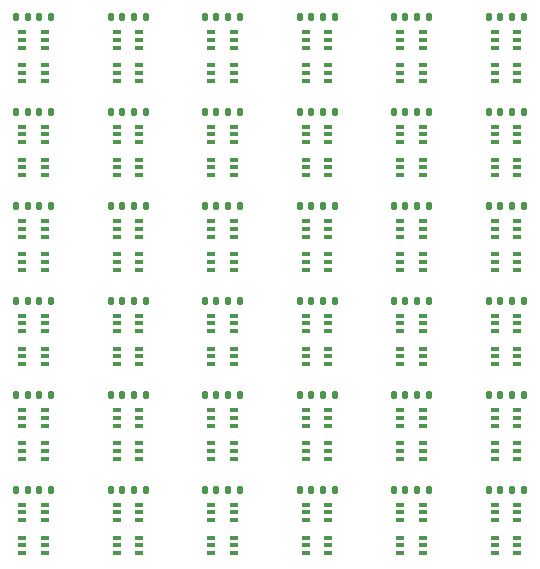
<source format=gbr>
%TF.GenerationSoftware,KiCad,Pcbnew,6.99.0-76368af7*%
%TF.CreationDate,2022-01-10T14:24:59+01:00*%
%TF.ProjectId,hc245t_bypass_esd-panel,68633234-3574-45f6-9279-706173735f65,rev?*%
%TF.SameCoordinates,Original*%
%TF.FileFunction,Paste,Top*%
%TF.FilePolarity,Positive*%
%FSLAX46Y46*%
G04 Gerber Fmt 4.6, Leading zero omitted, Abs format (unit mm)*
G04 Created by KiCad (PCBNEW 6.99.0-76368af7) date 2022-01-10 14:24:59*
%MOMM*%
%LPD*%
G01*
G04 APERTURE LIST*
G04 Aperture macros list*
%AMRoundRect*
0 Rectangle with rounded corners*
0 $1 Rounding radius*
0 $2 $3 $4 $5 $6 $7 $8 $9 X,Y pos of 4 corners*
0 Add a 4 corners polygon primitive as box body*
4,1,4,$2,$3,$4,$5,$6,$7,$8,$9,$2,$3,0*
0 Add four circle primitives for the rounded corners*
1,1,$1+$1,$2,$3*
1,1,$1+$1,$4,$5*
1,1,$1+$1,$6,$7*
1,1,$1+$1,$8,$9*
0 Add four rect primitives between the rounded corners*
20,1,$1+$1,$2,$3,$4,$5,0*
20,1,$1+$1,$4,$5,$6,$7,0*
20,1,$1+$1,$6,$7,$8,$9,0*
20,1,$1+$1,$8,$9,$2,$3,0*%
G04 Aperture macros list end*
%ADD10RoundRect,0.140000X0.140000X0.170000X-0.140000X0.170000X-0.140000X-0.170000X0.140000X-0.170000X0*%
%ADD11R,0.650000X0.400000*%
%ADD12RoundRect,0.135000X-0.135000X-0.185000X0.135000X-0.185000X0.135000X0.185000X-0.135000X0.185000X0*%
G04 APERTURE END LIST*
D10*
%TO.C,C1*%
X159480000Y-127000000D03*
X158520000Y-127000000D03*
%TD*%
%TO.C,C1*%
X127480000Y-111000000D03*
X126520000Y-111000000D03*
%TD*%
D11*
%TO.C,U1*%
X159050000Y-88250000D03*
X159050000Y-88900000D03*
X159050000Y-89550000D03*
X160950000Y-89550000D03*
X160950000Y-88900000D03*
X160950000Y-88250000D03*
%TD*%
%TO.C,U2*%
X119050000Y-91050000D03*
X119050000Y-91700000D03*
X119050000Y-92350000D03*
X120950000Y-92350000D03*
X120950000Y-91700000D03*
X120950000Y-91050000D03*
%TD*%
D12*
%TO.C,R1*%
X152490000Y-127000000D03*
X153510000Y-127000000D03*
%TD*%
D11*
%TO.C,U2*%
X119050000Y-99050000D03*
X119050000Y-99700000D03*
X119050000Y-100350000D03*
X120950000Y-100350000D03*
X120950000Y-99700000D03*
X120950000Y-99050000D03*
%TD*%
%TO.C,U1*%
X119050000Y-96250000D03*
X119050000Y-96900000D03*
X119050000Y-97550000D03*
X120950000Y-97550000D03*
X120950000Y-96900000D03*
X120950000Y-96250000D03*
%TD*%
D12*
%TO.C,R1*%
X144490000Y-103000000D03*
X145510000Y-103000000D03*
%TD*%
D11*
%TO.C,U1*%
X151050000Y-88250000D03*
X151050000Y-88900000D03*
X151050000Y-89550000D03*
X152950000Y-89550000D03*
X152950000Y-88900000D03*
X152950000Y-88250000D03*
%TD*%
%TO.C,U1*%
X127050000Y-88250000D03*
X127050000Y-88900000D03*
X127050000Y-89550000D03*
X128950000Y-89550000D03*
X128950000Y-88900000D03*
X128950000Y-88250000D03*
%TD*%
D12*
%TO.C,R1*%
X144490000Y-95000000D03*
X145510000Y-95000000D03*
%TD*%
D10*
%TO.C,C1*%
X159480000Y-87000000D03*
X158520000Y-87000000D03*
%TD*%
D11*
%TO.C,U2*%
X119050000Y-107050000D03*
X119050000Y-107700000D03*
X119050000Y-108350000D03*
X120950000Y-108350000D03*
X120950000Y-107700000D03*
X120950000Y-107050000D03*
%TD*%
%TO.C,U2*%
X127050000Y-91050000D03*
X127050000Y-91700000D03*
X127050000Y-92350000D03*
X128950000Y-92350000D03*
X128950000Y-91700000D03*
X128950000Y-91050000D03*
%TD*%
D12*
%TO.C,R1*%
X160490000Y-111000000D03*
X161510000Y-111000000D03*
%TD*%
D10*
%TO.C,C1*%
X135480000Y-87000000D03*
X134520000Y-87000000D03*
%TD*%
D12*
%TO.C,R1*%
X128490000Y-103000000D03*
X129510000Y-103000000D03*
%TD*%
D11*
%TO.C,U1*%
X151050000Y-128250000D03*
X151050000Y-128900000D03*
X151050000Y-129550000D03*
X152950000Y-129550000D03*
X152950000Y-128900000D03*
X152950000Y-128250000D03*
%TD*%
%TO.C,U2*%
X119050000Y-131050000D03*
X119050000Y-131700000D03*
X119050000Y-132350000D03*
X120950000Y-132350000D03*
X120950000Y-131700000D03*
X120950000Y-131050000D03*
%TD*%
D12*
%TO.C,R1*%
X160490000Y-119000000D03*
X161510000Y-119000000D03*
%TD*%
D10*
%TO.C,C1*%
X127480000Y-127000000D03*
X126520000Y-127000000D03*
%TD*%
D11*
%TO.C,U2*%
X151050000Y-91050000D03*
X151050000Y-91700000D03*
X151050000Y-92350000D03*
X152950000Y-92350000D03*
X152950000Y-91700000D03*
X152950000Y-91050000D03*
%TD*%
D10*
%TO.C,C1*%
X143480000Y-103000000D03*
X142520000Y-103000000D03*
%TD*%
%TO.C,C1*%
X135480000Y-103000000D03*
X134520000Y-103000000D03*
%TD*%
D11*
%TO.C,U1*%
X143050000Y-120250000D03*
X143050000Y-120900000D03*
X143050000Y-121550000D03*
X144950000Y-121550000D03*
X144950000Y-120900000D03*
X144950000Y-120250000D03*
%TD*%
D10*
%TO.C,C1*%
X151480000Y-87000000D03*
X150520000Y-87000000D03*
%TD*%
%TO.C,C1*%
X143480000Y-95000000D03*
X142520000Y-95000000D03*
%TD*%
D12*
%TO.C,R1*%
X152490000Y-119000000D03*
X153510000Y-119000000D03*
%TD*%
D10*
%TO.C,C1*%
X127480000Y-119000000D03*
X126520000Y-119000000D03*
%TD*%
D11*
%TO.C,U2*%
X135050000Y-123050000D03*
X135050000Y-123700000D03*
X135050000Y-124350000D03*
X136950000Y-124350000D03*
X136950000Y-123700000D03*
X136950000Y-123050000D03*
%TD*%
D10*
%TO.C,C1*%
X159480000Y-103000000D03*
X158520000Y-103000000D03*
%TD*%
D12*
%TO.C,R1*%
X160490000Y-127000000D03*
X161510000Y-127000000D03*
%TD*%
D10*
%TO.C,C1*%
X159480000Y-119000000D03*
X158520000Y-119000000D03*
%TD*%
%TO.C,C1*%
X127480000Y-103000000D03*
X126520000Y-103000000D03*
%TD*%
D11*
%TO.C,U1*%
X143050000Y-112250000D03*
X143050000Y-112900000D03*
X143050000Y-113550000D03*
X144950000Y-113550000D03*
X144950000Y-112900000D03*
X144950000Y-112250000D03*
%TD*%
%TO.C,U1*%
X159050000Y-120250000D03*
X159050000Y-120900000D03*
X159050000Y-121550000D03*
X160950000Y-121550000D03*
X160950000Y-120900000D03*
X160950000Y-120250000D03*
%TD*%
%TO.C,U2*%
X143050000Y-99050000D03*
X143050000Y-99700000D03*
X143050000Y-100350000D03*
X144950000Y-100350000D03*
X144950000Y-99700000D03*
X144950000Y-99050000D03*
%TD*%
%TO.C,U1*%
X119050000Y-120250000D03*
X119050000Y-120900000D03*
X119050000Y-121550000D03*
X120950000Y-121550000D03*
X120950000Y-120900000D03*
X120950000Y-120250000D03*
%TD*%
%TO.C,U1*%
X119050000Y-88250000D03*
X119050000Y-88900000D03*
X119050000Y-89550000D03*
X120950000Y-89550000D03*
X120950000Y-88900000D03*
X120950000Y-88250000D03*
%TD*%
%TO.C,U2*%
X159050000Y-115050000D03*
X159050000Y-115700000D03*
X159050000Y-116350000D03*
X160950000Y-116350000D03*
X160950000Y-115700000D03*
X160950000Y-115050000D03*
%TD*%
%TO.C,U1*%
X135050000Y-88250000D03*
X135050000Y-88900000D03*
X135050000Y-89550000D03*
X136950000Y-89550000D03*
X136950000Y-88900000D03*
X136950000Y-88250000D03*
%TD*%
D12*
%TO.C,R1*%
X136490000Y-127000000D03*
X137510000Y-127000000D03*
%TD*%
%TO.C,R1*%
X152490000Y-111000000D03*
X153510000Y-111000000D03*
%TD*%
D11*
%TO.C,U1*%
X119050000Y-104250000D03*
X119050000Y-104900000D03*
X119050000Y-105550000D03*
X120950000Y-105550000D03*
X120950000Y-104900000D03*
X120950000Y-104250000D03*
%TD*%
%TO.C,U1*%
X159050000Y-96250000D03*
X159050000Y-96900000D03*
X159050000Y-97550000D03*
X160950000Y-97550000D03*
X160950000Y-96900000D03*
X160950000Y-96250000D03*
%TD*%
D10*
%TO.C,C1*%
X151480000Y-127000000D03*
X150520000Y-127000000D03*
%TD*%
D11*
%TO.C,U1*%
X143050000Y-128250000D03*
X143050000Y-128900000D03*
X143050000Y-129550000D03*
X144950000Y-129550000D03*
X144950000Y-128900000D03*
X144950000Y-128250000D03*
%TD*%
%TO.C,U2*%
X151050000Y-107050000D03*
X151050000Y-107700000D03*
X151050000Y-108350000D03*
X152950000Y-108350000D03*
X152950000Y-107700000D03*
X152950000Y-107050000D03*
%TD*%
D10*
%TO.C,C1*%
X127480000Y-95000000D03*
X126520000Y-95000000D03*
%TD*%
%TO.C,C1*%
X159480000Y-111000000D03*
X158520000Y-111000000D03*
%TD*%
%TO.C,C1*%
X119480000Y-87000000D03*
X118520000Y-87000000D03*
%TD*%
D11*
%TO.C,U2*%
X143050000Y-107050000D03*
X143050000Y-107700000D03*
X143050000Y-108350000D03*
X144950000Y-108350000D03*
X144950000Y-107700000D03*
X144950000Y-107050000D03*
%TD*%
%TO.C,U1*%
X127050000Y-96250000D03*
X127050000Y-96900000D03*
X127050000Y-97550000D03*
X128950000Y-97550000D03*
X128950000Y-96900000D03*
X128950000Y-96250000D03*
%TD*%
%TO.C,U2*%
X127050000Y-123050000D03*
X127050000Y-123700000D03*
X127050000Y-124350000D03*
X128950000Y-124350000D03*
X128950000Y-123700000D03*
X128950000Y-123050000D03*
%TD*%
D12*
%TO.C,R1*%
X128490000Y-119000000D03*
X129510000Y-119000000D03*
%TD*%
%TO.C,R1*%
X136490000Y-95000000D03*
X137510000Y-95000000D03*
%TD*%
%TO.C,R1*%
X128490000Y-87000000D03*
X129510000Y-87000000D03*
%TD*%
D11*
%TO.C,U1*%
X135050000Y-120250000D03*
X135050000Y-120900000D03*
X135050000Y-121550000D03*
X136950000Y-121550000D03*
X136950000Y-120900000D03*
X136950000Y-120250000D03*
%TD*%
D12*
%TO.C,R1*%
X152490000Y-95000000D03*
X153510000Y-95000000D03*
%TD*%
%TO.C,R1*%
X120490000Y-127000000D03*
X121510000Y-127000000D03*
%TD*%
D11*
%TO.C,U1*%
X127050000Y-120250000D03*
X127050000Y-120900000D03*
X127050000Y-121550000D03*
X128950000Y-121550000D03*
X128950000Y-120900000D03*
X128950000Y-120250000D03*
%TD*%
%TO.C,U2*%
X143050000Y-123050000D03*
X143050000Y-123700000D03*
X143050000Y-124350000D03*
X144950000Y-124350000D03*
X144950000Y-123700000D03*
X144950000Y-123050000D03*
%TD*%
D12*
%TO.C,R1*%
X136490000Y-103000000D03*
X137510000Y-103000000D03*
%TD*%
%TO.C,R1*%
X144490000Y-87000000D03*
X145510000Y-87000000D03*
%TD*%
D11*
%TO.C,U2*%
X127050000Y-107050000D03*
X127050000Y-107700000D03*
X127050000Y-108350000D03*
X128950000Y-108350000D03*
X128950000Y-107700000D03*
X128950000Y-107050000D03*
%TD*%
%TO.C,U1*%
X151050000Y-104250000D03*
X151050000Y-104900000D03*
X151050000Y-105550000D03*
X152950000Y-105550000D03*
X152950000Y-104900000D03*
X152950000Y-104250000D03*
%TD*%
%TO.C,U2*%
X135050000Y-99050000D03*
X135050000Y-99700000D03*
X135050000Y-100350000D03*
X136950000Y-100350000D03*
X136950000Y-99700000D03*
X136950000Y-99050000D03*
%TD*%
%TO.C,U1*%
X135050000Y-96250000D03*
X135050000Y-96900000D03*
X135050000Y-97550000D03*
X136950000Y-97550000D03*
X136950000Y-96900000D03*
X136950000Y-96250000D03*
%TD*%
D10*
%TO.C,C1*%
X135480000Y-127000000D03*
X134520000Y-127000000D03*
%TD*%
D11*
%TO.C,U2*%
X159050000Y-99050000D03*
X159050000Y-99700000D03*
X159050000Y-100350000D03*
X160950000Y-100350000D03*
X160950000Y-99700000D03*
X160950000Y-99050000D03*
%TD*%
D12*
%TO.C,R1*%
X136490000Y-119000000D03*
X137510000Y-119000000D03*
%TD*%
D10*
%TO.C,C1*%
X135480000Y-119000000D03*
X134520000Y-119000000D03*
%TD*%
%TO.C,C1*%
X143480000Y-119000000D03*
X142520000Y-119000000D03*
%TD*%
D11*
%TO.C,U2*%
X143050000Y-115050000D03*
X143050000Y-115700000D03*
X143050000Y-116350000D03*
X144950000Y-116350000D03*
X144950000Y-115700000D03*
X144950000Y-115050000D03*
%TD*%
D10*
%TO.C,C1*%
X119480000Y-119000000D03*
X118520000Y-119000000D03*
%TD*%
%TO.C,C1*%
X119480000Y-111000000D03*
X118520000Y-111000000D03*
%TD*%
D11*
%TO.C,U1*%
X151050000Y-120250000D03*
X151050000Y-120900000D03*
X151050000Y-121550000D03*
X152950000Y-121550000D03*
X152950000Y-120900000D03*
X152950000Y-120250000D03*
%TD*%
D12*
%TO.C,R1*%
X120490000Y-103000000D03*
X121510000Y-103000000D03*
%TD*%
%TO.C,R1*%
X128490000Y-95000000D03*
X129510000Y-95000000D03*
%TD*%
%TO.C,R1*%
X160490000Y-87000000D03*
X161510000Y-87000000D03*
%TD*%
D11*
%TO.C,U1*%
X135050000Y-104250000D03*
X135050000Y-104900000D03*
X135050000Y-105550000D03*
X136950000Y-105550000D03*
X136950000Y-104900000D03*
X136950000Y-104250000D03*
%TD*%
D10*
%TO.C,C1*%
X135480000Y-111000000D03*
X134520000Y-111000000D03*
%TD*%
%TO.C,C1*%
X159480000Y-95000000D03*
X158520000Y-95000000D03*
%TD*%
D12*
%TO.C,R1*%
X152490000Y-103000000D03*
X153510000Y-103000000D03*
%TD*%
D11*
%TO.C,U1*%
X119050000Y-112250000D03*
X119050000Y-112900000D03*
X119050000Y-113550000D03*
X120950000Y-113550000D03*
X120950000Y-112900000D03*
X120950000Y-112250000D03*
%TD*%
D12*
%TO.C,R1*%
X152490000Y-87000000D03*
X153510000Y-87000000D03*
%TD*%
D10*
%TO.C,C1*%
X135480000Y-95000000D03*
X134520000Y-95000000D03*
%TD*%
D11*
%TO.C,U1*%
X135050000Y-112250000D03*
X135050000Y-112900000D03*
X135050000Y-113550000D03*
X136950000Y-113550000D03*
X136950000Y-112900000D03*
X136950000Y-112250000D03*
%TD*%
%TO.C,U1*%
X143050000Y-104250000D03*
X143050000Y-104900000D03*
X143050000Y-105550000D03*
X144950000Y-105550000D03*
X144950000Y-104900000D03*
X144950000Y-104250000D03*
%TD*%
D12*
%TO.C,R1*%
X144490000Y-111000000D03*
X145510000Y-111000000D03*
%TD*%
D11*
%TO.C,U1*%
X159050000Y-128250000D03*
X159050000Y-128900000D03*
X159050000Y-129550000D03*
X160950000Y-129550000D03*
X160950000Y-128900000D03*
X160950000Y-128250000D03*
%TD*%
%TO.C,U2*%
X159050000Y-107050000D03*
X159050000Y-107700000D03*
X159050000Y-108350000D03*
X160950000Y-108350000D03*
X160950000Y-107700000D03*
X160950000Y-107050000D03*
%TD*%
%TO.C,U2*%
X135050000Y-131050000D03*
X135050000Y-131700000D03*
X135050000Y-132350000D03*
X136950000Y-132350000D03*
X136950000Y-131700000D03*
X136950000Y-131050000D03*
%TD*%
D10*
%TO.C,C1*%
X119480000Y-103000000D03*
X118520000Y-103000000D03*
%TD*%
D11*
%TO.C,U1*%
X143050000Y-96250000D03*
X143050000Y-96900000D03*
X143050000Y-97550000D03*
X144950000Y-97550000D03*
X144950000Y-96900000D03*
X144950000Y-96250000D03*
%TD*%
%TO.C,U1*%
X119050000Y-128250000D03*
X119050000Y-128900000D03*
X119050000Y-129550000D03*
X120950000Y-129550000D03*
X120950000Y-128900000D03*
X120950000Y-128250000D03*
%TD*%
D10*
%TO.C,C1*%
X143480000Y-111000000D03*
X142520000Y-111000000D03*
%TD*%
D11*
%TO.C,U2*%
X135050000Y-115050000D03*
X135050000Y-115700000D03*
X135050000Y-116350000D03*
X136950000Y-116350000D03*
X136950000Y-115700000D03*
X136950000Y-115050000D03*
%TD*%
D10*
%TO.C,C1*%
X143480000Y-127000000D03*
X142520000Y-127000000D03*
%TD*%
D11*
%TO.C,U2*%
X159050000Y-131050000D03*
X159050000Y-131700000D03*
X159050000Y-132350000D03*
X160950000Y-132350000D03*
X160950000Y-131700000D03*
X160950000Y-131050000D03*
%TD*%
%TO.C,U2*%
X127050000Y-115050000D03*
X127050000Y-115700000D03*
X127050000Y-116350000D03*
X128950000Y-116350000D03*
X128950000Y-115700000D03*
X128950000Y-115050000D03*
%TD*%
D12*
%TO.C,R1*%
X128490000Y-111000000D03*
X129510000Y-111000000D03*
%TD*%
D10*
%TO.C,C1*%
X151480000Y-95000000D03*
X150520000Y-95000000D03*
%TD*%
D12*
%TO.C,R1*%
X120490000Y-87000000D03*
X121510000Y-87000000D03*
%TD*%
D11*
%TO.C,U1*%
X135050000Y-128250000D03*
X135050000Y-128900000D03*
X135050000Y-129550000D03*
X136950000Y-129550000D03*
X136950000Y-128900000D03*
X136950000Y-128250000D03*
%TD*%
D12*
%TO.C,R1*%
X120490000Y-95000000D03*
X121510000Y-95000000D03*
%TD*%
D11*
%TO.C,U1*%
X159050000Y-104250000D03*
X159050000Y-104900000D03*
X159050000Y-105550000D03*
X160950000Y-105550000D03*
X160950000Y-104900000D03*
X160950000Y-104250000D03*
%TD*%
%TO.C,U2*%
X151050000Y-99050000D03*
X151050000Y-99700000D03*
X151050000Y-100350000D03*
X152950000Y-100350000D03*
X152950000Y-99700000D03*
X152950000Y-99050000D03*
%TD*%
D12*
%TO.C,R1*%
X136490000Y-111000000D03*
X137510000Y-111000000D03*
%TD*%
D11*
%TO.C,U2*%
X143050000Y-131050000D03*
X143050000Y-131700000D03*
X143050000Y-132350000D03*
X144950000Y-132350000D03*
X144950000Y-131700000D03*
X144950000Y-131050000D03*
%TD*%
%TO.C,U1*%
X127050000Y-112250000D03*
X127050000Y-112900000D03*
X127050000Y-113550000D03*
X128950000Y-113550000D03*
X128950000Y-112900000D03*
X128950000Y-112250000D03*
%TD*%
D12*
%TO.C,R1*%
X128490000Y-127000000D03*
X129510000Y-127000000D03*
%TD*%
D11*
%TO.C,U2*%
X127050000Y-99050000D03*
X127050000Y-99700000D03*
X127050000Y-100350000D03*
X128950000Y-100350000D03*
X128950000Y-99700000D03*
X128950000Y-99050000D03*
%TD*%
%TO.C,U2*%
X135050000Y-91050000D03*
X135050000Y-91700000D03*
X135050000Y-92350000D03*
X136950000Y-92350000D03*
X136950000Y-91700000D03*
X136950000Y-91050000D03*
%TD*%
D12*
%TO.C,R1*%
X160490000Y-95000000D03*
X161510000Y-95000000D03*
%TD*%
D11*
%TO.C,U2*%
X159050000Y-91050000D03*
X159050000Y-91700000D03*
X159050000Y-92350000D03*
X160950000Y-92350000D03*
X160950000Y-91700000D03*
X160950000Y-91050000D03*
%TD*%
%TO.C,U1*%
X143050000Y-88250000D03*
X143050000Y-88900000D03*
X143050000Y-89550000D03*
X144950000Y-89550000D03*
X144950000Y-88900000D03*
X144950000Y-88250000D03*
%TD*%
%TO.C,U1*%
X151050000Y-112250000D03*
X151050000Y-112900000D03*
X151050000Y-113550000D03*
X152950000Y-113550000D03*
X152950000Y-112900000D03*
X152950000Y-112250000D03*
%TD*%
%TO.C,U2*%
X159050000Y-123050000D03*
X159050000Y-123700000D03*
X159050000Y-124350000D03*
X160950000Y-124350000D03*
X160950000Y-123700000D03*
X160950000Y-123050000D03*
%TD*%
%TO.C,U2*%
X151050000Y-131050000D03*
X151050000Y-131700000D03*
X151050000Y-132350000D03*
X152950000Y-132350000D03*
X152950000Y-131700000D03*
X152950000Y-131050000D03*
%TD*%
%TO.C,U2*%
X119050000Y-115050000D03*
X119050000Y-115700000D03*
X119050000Y-116350000D03*
X120950000Y-116350000D03*
X120950000Y-115700000D03*
X120950000Y-115050000D03*
%TD*%
%TO.C,U2*%
X151050000Y-123050000D03*
X151050000Y-123700000D03*
X151050000Y-124350000D03*
X152950000Y-124350000D03*
X152950000Y-123700000D03*
X152950000Y-123050000D03*
%TD*%
D10*
%TO.C,C1*%
X119480000Y-127000000D03*
X118520000Y-127000000D03*
%TD*%
D12*
%TO.C,R1*%
X120490000Y-111000000D03*
X121510000Y-111000000D03*
%TD*%
%TO.C,R1*%
X144490000Y-127000000D03*
X145510000Y-127000000D03*
%TD*%
D10*
%TO.C,C1*%
X119480000Y-95000000D03*
X118520000Y-95000000D03*
%TD*%
D11*
%TO.C,U2*%
X143050000Y-91050000D03*
X143050000Y-91700000D03*
X143050000Y-92350000D03*
X144950000Y-92350000D03*
X144950000Y-91700000D03*
X144950000Y-91050000D03*
%TD*%
%TO.C,U2*%
X135050000Y-107050000D03*
X135050000Y-107700000D03*
X135050000Y-108350000D03*
X136950000Y-108350000D03*
X136950000Y-107700000D03*
X136950000Y-107050000D03*
%TD*%
D12*
%TO.C,R1*%
X120490000Y-119000000D03*
X121510000Y-119000000D03*
%TD*%
D10*
%TO.C,C1*%
X143480000Y-87000000D03*
X142520000Y-87000000D03*
%TD*%
%TO.C,C1*%
X151480000Y-111000000D03*
X150520000Y-111000000D03*
%TD*%
D11*
%TO.C,U1*%
X151050000Y-96250000D03*
X151050000Y-96900000D03*
X151050000Y-97550000D03*
X152950000Y-97550000D03*
X152950000Y-96900000D03*
X152950000Y-96250000D03*
%TD*%
D10*
%TO.C,C1*%
X127480000Y-87000000D03*
X126520000Y-87000000D03*
%TD*%
D12*
%TO.C,R1*%
X160490000Y-103000000D03*
X161510000Y-103000000D03*
%TD*%
D11*
%TO.C,U1*%
X159050000Y-112250000D03*
X159050000Y-112900000D03*
X159050000Y-113550000D03*
X160950000Y-113550000D03*
X160950000Y-112900000D03*
X160950000Y-112250000D03*
%TD*%
D10*
%TO.C,C1*%
X151480000Y-119000000D03*
X150520000Y-119000000D03*
%TD*%
%TO.C,C1*%
X151480000Y-103000000D03*
X150520000Y-103000000D03*
%TD*%
D12*
%TO.C,R1*%
X144490000Y-119000000D03*
X145510000Y-119000000D03*
%TD*%
D11*
%TO.C,U1*%
X127050000Y-128250000D03*
X127050000Y-128900000D03*
X127050000Y-129550000D03*
X128950000Y-129550000D03*
X128950000Y-128900000D03*
X128950000Y-128250000D03*
%TD*%
%TO.C,U1*%
X127050000Y-104250000D03*
X127050000Y-104900000D03*
X127050000Y-105550000D03*
X128950000Y-105550000D03*
X128950000Y-104900000D03*
X128950000Y-104250000D03*
%TD*%
%TO.C,U2*%
X127050000Y-131050000D03*
X127050000Y-131700000D03*
X127050000Y-132350000D03*
X128950000Y-132350000D03*
X128950000Y-131700000D03*
X128950000Y-131050000D03*
%TD*%
%TO.C,U2*%
X151050000Y-115050000D03*
X151050000Y-115700000D03*
X151050000Y-116350000D03*
X152950000Y-116350000D03*
X152950000Y-115700000D03*
X152950000Y-115050000D03*
%TD*%
%TO.C,U2*%
X119050000Y-123050000D03*
X119050000Y-123700000D03*
X119050000Y-124350000D03*
X120950000Y-124350000D03*
X120950000Y-123700000D03*
X120950000Y-123050000D03*
%TD*%
D12*
%TO.C,R1*%
X136490000Y-87000000D03*
X137510000Y-87000000D03*
%TD*%
M02*

</source>
